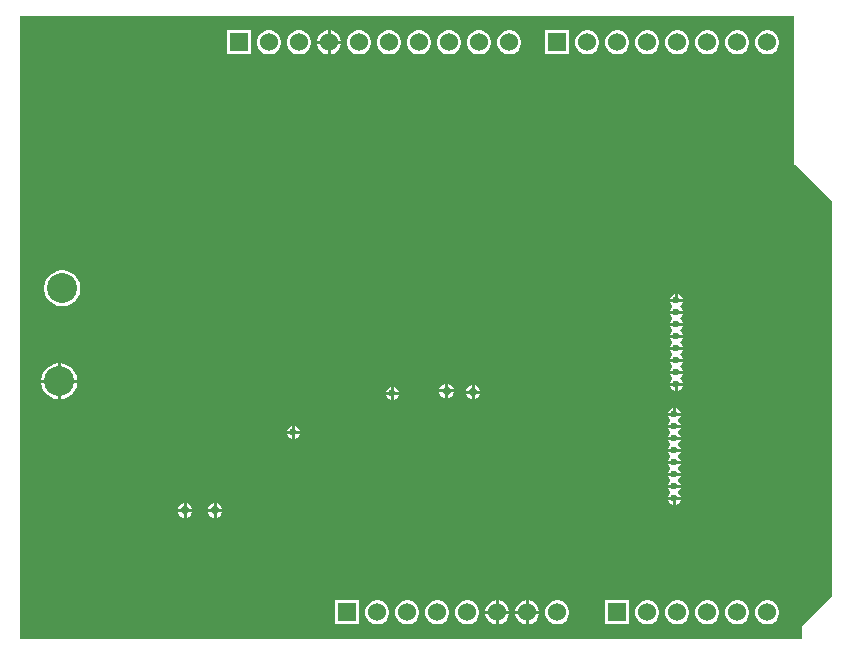
<source format=gbl>
G04*
G04 #@! TF.GenerationSoftware,Altium Limited,Altium Designer,24.1.2 (44)*
G04*
G04 Layer_Physical_Order=2*
G04 Layer_Color=16711680*
%FSLAX44Y44*%
%MOMM*%
G71*
G04*
G04 #@! TF.SameCoordinates,3802B111-1C7E-4A17-9201-CC646305CB20*
G04*
G04*
G04 #@! TF.FilePolarity,Positive*
G04*
G01*
G75*
%ADD25C,1.5240*%
%ADD26R,1.5240X1.5240*%
%ADD27C,2.5400*%
%ADD30C,0.7112*%
%ADD31C,0.6000*%
G36*
X657810Y406400D02*
X658007Y405409D01*
X658569Y404569D01*
X689560Y373577D01*
Y39173D01*
X664919Y14531D01*
X664357Y13691D01*
X664160Y12700D01*
Y2590D01*
X2590D01*
Y530810D01*
X657810D01*
Y406400D01*
D02*
G37*
%LPC*%
G36*
X265378Y518178D02*
X265310D01*
Y509288D01*
X274200D01*
Y509356D01*
X273508Y511940D01*
X272171Y514256D01*
X270279Y516148D01*
X267962Y517486D01*
X265378Y518178D01*
D02*
G37*
G36*
X262771D02*
X262703D01*
X260119Y517486D01*
X257802Y516148D01*
X255910Y514256D01*
X254573Y511940D01*
X253881Y509356D01*
Y509288D01*
X262771D01*
Y518178D01*
D02*
G37*
G36*
X392378D02*
X389703D01*
X387119Y517486D01*
X384802Y516148D01*
X382910Y514256D01*
X381573Y511940D01*
X380881Y509356D01*
Y506680D01*
X381573Y504096D01*
X382910Y501780D01*
X384802Y499888D01*
X387119Y498550D01*
X389703Y497858D01*
X392378D01*
X394962Y498550D01*
X397279Y499888D01*
X399171Y501780D01*
X400508Y504096D01*
X401200Y506680D01*
Y509356D01*
X400508Y511940D01*
X399171Y514256D01*
X397279Y516148D01*
X394962Y517486D01*
X392378Y518178D01*
D02*
G37*
G36*
X366978D02*
X364303D01*
X361719Y517486D01*
X359402Y516148D01*
X357510Y514256D01*
X356173Y511940D01*
X355480Y509356D01*
Y506680D01*
X356173Y504096D01*
X357510Y501780D01*
X359402Y499888D01*
X361719Y498550D01*
X364303Y497858D01*
X366978D01*
X369562Y498550D01*
X371879Y499888D01*
X373771Y501780D01*
X375108Y504096D01*
X375801Y506680D01*
Y509356D01*
X375108Y511940D01*
X373771Y514256D01*
X371879Y516148D01*
X369562Y517486D01*
X366978Y518178D01*
D02*
G37*
G36*
X341578D02*
X338903D01*
X336319Y517486D01*
X334002Y516148D01*
X332110Y514256D01*
X330773Y511940D01*
X330080Y509356D01*
Y506680D01*
X330773Y504096D01*
X332110Y501780D01*
X334002Y499888D01*
X336319Y498550D01*
X338903Y497858D01*
X341578D01*
X344162Y498550D01*
X346479Y499888D01*
X348371Y501780D01*
X349708Y504096D01*
X350401Y506680D01*
Y509356D01*
X349708Y511940D01*
X348371Y514256D01*
X346479Y516148D01*
X344162Y517486D01*
X341578Y518178D01*
D02*
G37*
G36*
X316178D02*
X313503D01*
X310919Y517486D01*
X308602Y516148D01*
X306710Y514256D01*
X305373Y511940D01*
X304681Y509356D01*
Y506680D01*
X305373Y504096D01*
X306710Y501780D01*
X308602Y499888D01*
X310919Y498550D01*
X313503Y497858D01*
X316178D01*
X318762Y498550D01*
X321079Y499888D01*
X322971Y501780D01*
X324308Y504096D01*
X325000Y506680D01*
Y509356D01*
X324308Y511940D01*
X322971Y514256D01*
X321079Y516148D01*
X318762Y517486D01*
X316178Y518178D01*
D02*
G37*
G36*
X290778D02*
X288103D01*
X285519Y517486D01*
X283202Y516148D01*
X281311Y514256D01*
X279973Y511940D01*
X279280Y509356D01*
Y506680D01*
X279973Y504096D01*
X281311Y501780D01*
X283202Y499888D01*
X285519Y498550D01*
X288103Y497858D01*
X290778D01*
X293362Y498550D01*
X295679Y499888D01*
X297571Y501780D01*
X298908Y504096D01*
X299601Y506680D01*
Y509356D01*
X298908Y511940D01*
X297571Y514256D01*
X295679Y516148D01*
X293362Y517486D01*
X290778Y518178D01*
D02*
G37*
G36*
X274200Y506748D02*
X265310D01*
Y497858D01*
X265378D01*
X267962Y498550D01*
X270279Y499888D01*
X272171Y501780D01*
X273508Y504096D01*
X274200Y506680D01*
Y506748D01*
D02*
G37*
G36*
X262771D02*
X253881D01*
Y506680D01*
X254573Y504096D01*
X255910Y501780D01*
X257802Y499888D01*
X260119Y498550D01*
X262703Y497858D01*
X262771D01*
Y506748D01*
D02*
G37*
G36*
X239978Y518178D02*
X237303D01*
X234719Y517486D01*
X232402Y516148D01*
X230511Y514256D01*
X229173Y511940D01*
X228480Y509356D01*
Y506680D01*
X229173Y504096D01*
X230511Y501780D01*
X232402Y499888D01*
X234719Y498550D01*
X237303Y497858D01*
X239978D01*
X242562Y498550D01*
X244879Y499888D01*
X246771Y501780D01*
X248108Y504096D01*
X248801Y506680D01*
Y509356D01*
X248108Y511940D01*
X246771Y514256D01*
X244879Y516148D01*
X242562Y517486D01*
X239978Y518178D01*
D02*
G37*
G36*
X214578D02*
X211903D01*
X209319Y517486D01*
X207002Y516148D01*
X205110Y514256D01*
X203773Y511940D01*
X203081Y509356D01*
Y506680D01*
X203773Y504096D01*
X205110Y501780D01*
X207002Y499888D01*
X209319Y498550D01*
X211903Y497858D01*
X214578D01*
X217162Y498550D01*
X219479Y499888D01*
X221371Y501780D01*
X222708Y504096D01*
X223400Y506680D01*
Y509356D01*
X222708Y511940D01*
X221371Y514256D01*
X219479Y516148D01*
X217162Y517486D01*
X214578Y518178D01*
D02*
G37*
G36*
X198001D02*
X177680D01*
Y497858D01*
X198001D01*
Y518178D01*
D02*
G37*
G36*
X636338Y518160D02*
X633662D01*
X631078Y517468D01*
X628762Y516130D01*
X626870Y514238D01*
X625532Y511922D01*
X624840Y509338D01*
Y506662D01*
X625532Y504078D01*
X626870Y501762D01*
X628762Y499870D01*
X631078Y498532D01*
X633662Y497840D01*
X636338D01*
X638922Y498532D01*
X641238Y499870D01*
X643130Y501762D01*
X644468Y504078D01*
X645160Y506662D01*
Y509338D01*
X644468Y511922D01*
X643130Y514238D01*
X641238Y516130D01*
X638922Y517468D01*
X636338Y518160D01*
D02*
G37*
G36*
X610938D02*
X608262D01*
X605678Y517468D01*
X603362Y516130D01*
X601470Y514238D01*
X600132Y511922D01*
X599440Y509338D01*
Y506662D01*
X600132Y504078D01*
X601470Y501762D01*
X603362Y499870D01*
X605678Y498532D01*
X608262Y497840D01*
X610938D01*
X613522Y498532D01*
X615838Y499870D01*
X617730Y501762D01*
X619068Y504078D01*
X619760Y506662D01*
Y509338D01*
X619068Y511922D01*
X617730Y514238D01*
X615838Y516130D01*
X613522Y517468D01*
X610938Y518160D01*
D02*
G37*
G36*
X585538D02*
X582862D01*
X580278Y517468D01*
X577962Y516130D01*
X576070Y514238D01*
X574732Y511922D01*
X574040Y509338D01*
Y506662D01*
X574732Y504078D01*
X576070Y501762D01*
X577962Y499870D01*
X580278Y498532D01*
X582862Y497840D01*
X585538D01*
X588122Y498532D01*
X590438Y499870D01*
X592330Y501762D01*
X593668Y504078D01*
X594360Y506662D01*
Y509338D01*
X593668Y511922D01*
X592330Y514238D01*
X590438Y516130D01*
X588122Y517468D01*
X585538Y518160D01*
D02*
G37*
G36*
X560138D02*
X557462D01*
X554878Y517468D01*
X552562Y516130D01*
X550670Y514238D01*
X549332Y511922D01*
X548640Y509338D01*
Y506662D01*
X549332Y504078D01*
X550670Y501762D01*
X552562Y499870D01*
X554878Y498532D01*
X557462Y497840D01*
X560138D01*
X562722Y498532D01*
X565038Y499870D01*
X566930Y501762D01*
X568268Y504078D01*
X568960Y506662D01*
Y509338D01*
X568268Y511922D01*
X566930Y514238D01*
X565038Y516130D01*
X562722Y517468D01*
X560138Y518160D01*
D02*
G37*
G36*
X534738D02*
X532062D01*
X529478Y517468D01*
X527162Y516130D01*
X525270Y514238D01*
X523932Y511922D01*
X523240Y509338D01*
Y506662D01*
X523932Y504078D01*
X525270Y501762D01*
X527162Y499870D01*
X529478Y498532D01*
X532062Y497840D01*
X534738D01*
X537322Y498532D01*
X539638Y499870D01*
X541530Y501762D01*
X542868Y504078D01*
X543560Y506662D01*
Y509338D01*
X542868Y511922D01*
X541530Y514238D01*
X539638Y516130D01*
X537322Y517468D01*
X534738Y518160D01*
D02*
G37*
G36*
X509338D02*
X506662D01*
X504078Y517468D01*
X501762Y516130D01*
X499870Y514238D01*
X498532Y511922D01*
X497840Y509338D01*
Y506662D01*
X498532Y504078D01*
X499870Y501762D01*
X501762Y499870D01*
X504078Y498532D01*
X506662Y497840D01*
X509338D01*
X511922Y498532D01*
X514238Y499870D01*
X516130Y501762D01*
X517468Y504078D01*
X518160Y506662D01*
Y509338D01*
X517468Y511922D01*
X516130Y514238D01*
X514238Y516130D01*
X511922Y517468D01*
X509338Y518160D01*
D02*
G37*
G36*
X483938D02*
X481262D01*
X478678Y517468D01*
X476362Y516130D01*
X474470Y514238D01*
X473132Y511922D01*
X472440Y509338D01*
Y506662D01*
X473132Y504078D01*
X474470Y501762D01*
X476362Y499870D01*
X478678Y498532D01*
X481262Y497840D01*
X483938D01*
X486522Y498532D01*
X488838Y499870D01*
X490730Y501762D01*
X492068Y504078D01*
X492760Y506662D01*
Y509338D01*
X492068Y511922D01*
X490730Y514238D01*
X488838Y516130D01*
X486522Y517468D01*
X483938Y518160D01*
D02*
G37*
G36*
X467360D02*
X447040D01*
Y497840D01*
X467360D01*
Y518160D01*
D02*
G37*
G36*
X417898D02*
X415222D01*
X412638Y517468D01*
X410322Y516130D01*
X408430Y514238D01*
X407092Y511922D01*
X406400Y509338D01*
Y506662D01*
X407092Y504078D01*
X408430Y501762D01*
X410322Y499870D01*
X412638Y498532D01*
X415222Y497840D01*
X417898D01*
X420482Y498532D01*
X422798Y499870D01*
X424690Y501762D01*
X426028Y504078D01*
X426720Y506662D01*
Y509338D01*
X426028Y511922D01*
X424690Y514238D01*
X422798Y516130D01*
X420482Y517468D01*
X417898Y518160D01*
D02*
G37*
G36*
X559308Y295030D02*
Y290830D01*
X563508D01*
X562735Y292698D01*
X561176Y294257D01*
X559308Y295030D01*
D02*
G37*
G36*
X556768D02*
X554900Y294257D01*
X553341Y292698D01*
X552568Y290830D01*
X556768D01*
Y295030D01*
D02*
G37*
G36*
X39601Y314960D02*
X36599D01*
X33655Y314374D01*
X30881Y313225D01*
X28385Y311558D01*
X26262Y309435D01*
X24595Y306939D01*
X23446Y304165D01*
X22860Y301221D01*
Y298219D01*
X23446Y295275D01*
X24595Y292501D01*
X26262Y290005D01*
X28385Y287882D01*
X30881Y286215D01*
X33655Y285066D01*
X36599Y284480D01*
X39601D01*
X42545Y285066D01*
X45319Y286215D01*
X47815Y287882D01*
X49938Y290005D01*
X51606Y292501D01*
X52754Y295275D01*
X53340Y298219D01*
Y301221D01*
X52754Y304165D01*
X51606Y306939D01*
X49938Y309435D01*
X47815Y311558D01*
X45319Y313225D01*
X42545Y314374D01*
X39601Y314960D01*
D02*
G37*
G36*
X563508Y288290D02*
X552568D01*
X553341Y286422D01*
X554470Y285293D01*
X554762Y284480D01*
X554470Y283667D01*
X553341Y282538D01*
X552568Y280670D01*
X563508D01*
X562735Y282538D01*
X561606Y283667D01*
X561314Y284480D01*
X561606Y285293D01*
X562735Y286422D01*
X563508Y288290D01*
D02*
G37*
G36*
Y278130D02*
X552568D01*
X553341Y276262D01*
X554470Y275133D01*
X554762Y274320D01*
X554470Y273507D01*
X553341Y272378D01*
X552568Y270510D01*
X563508D01*
X562735Y272378D01*
X561606Y273507D01*
X561314Y274320D01*
X561606Y275133D01*
X562735Y276262D01*
X563508Y278130D01*
D02*
G37*
G36*
Y267970D02*
X552568D01*
X553341Y266102D01*
X554470Y264973D01*
X554762Y264160D01*
X554470Y263347D01*
X553341Y262218D01*
X552568Y260350D01*
X563508D01*
X562735Y262218D01*
X561606Y263347D01*
X561314Y264160D01*
X561606Y264973D01*
X562735Y266102D01*
X563508Y267970D01*
D02*
G37*
G36*
Y257810D02*
X552568D01*
X553341Y255942D01*
X554470Y254813D01*
X554762Y254000D01*
X554470Y253187D01*
X553341Y252058D01*
X552568Y250190D01*
X563508D01*
X562735Y252058D01*
X561606Y253187D01*
X561314Y254000D01*
X561606Y254813D01*
X562735Y255942D01*
X563508Y257810D01*
D02*
G37*
G36*
Y247650D02*
X552568D01*
X553341Y245782D01*
X554470Y244653D01*
X554762Y243840D01*
X554470Y243027D01*
X553341Y241898D01*
X552568Y240030D01*
X563508D01*
X562735Y241898D01*
X561606Y243027D01*
X561314Y243840D01*
X561606Y244653D01*
X562735Y245782D01*
X563508Y247650D01*
D02*
G37*
G36*
Y237490D02*
X552568D01*
X553341Y235622D01*
X554470Y234493D01*
X554762Y233680D01*
X554470Y232867D01*
X553341Y231738D01*
X552568Y229870D01*
X563508D01*
X562735Y231738D01*
X561606Y232867D01*
X561314Y233680D01*
X561606Y234493D01*
X562735Y235622D01*
X563508Y237490D01*
D02*
G37*
G36*
X37061Y236220D02*
X36830D01*
Y222250D01*
X50800D01*
Y222481D01*
X50214Y225425D01*
X49065Y228199D01*
X47398Y230695D01*
X45275Y232818D01*
X42779Y234485D01*
X40005Y235634D01*
X37061Y236220D01*
D02*
G37*
G36*
X34290D02*
X34059D01*
X31115Y235634D01*
X28341Y234485D01*
X25845Y232818D01*
X23722Y230695D01*
X22055Y228199D01*
X20906Y225425D01*
X20320Y222481D01*
Y222250D01*
X34290D01*
Y236220D01*
D02*
G37*
G36*
X563508Y227330D02*
X552568D01*
X553341Y225462D01*
X554470Y224333D01*
X554762Y223520D01*
X554470Y222707D01*
X553341Y221578D01*
X552568Y219710D01*
X563508D01*
X562735Y221578D01*
X561606Y222707D01*
X561314Y223520D01*
X561606Y224333D01*
X562735Y225462D01*
X563508Y227330D01*
D02*
G37*
G36*
X364744Y219178D02*
Y214376D01*
X369546D01*
X368642Y216559D01*
X366927Y218274D01*
X364744Y219178D01*
D02*
G37*
G36*
X362204D02*
X360021Y218274D01*
X358306Y216559D01*
X357402Y214376D01*
X362204D01*
Y219178D01*
D02*
G37*
G36*
X387350Y217908D02*
Y213106D01*
X392152D01*
X391248Y215289D01*
X389533Y217004D01*
X387350Y217908D01*
D02*
G37*
G36*
X384810D02*
X382627Y217004D01*
X380912Y215289D01*
X380008Y213106D01*
X384810D01*
Y217908D01*
D02*
G37*
G36*
X563508Y217170D02*
X559308D01*
Y212970D01*
X561176Y213743D01*
X562735Y215302D01*
X563508Y217170D01*
D02*
G37*
G36*
X556768D02*
X552568D01*
X553341Y215302D01*
X554900Y213743D01*
X556768Y212970D01*
Y217170D01*
D02*
G37*
G36*
X318770Y216290D02*
Y212090D01*
X322970D01*
X322197Y213958D01*
X320638Y215517D01*
X318770Y216290D01*
D02*
G37*
G36*
X316230D02*
X314362Y215517D01*
X312803Y213958D01*
X312030Y212090D01*
X316230D01*
Y216290D01*
D02*
G37*
G36*
X369546Y211836D02*
X364744D01*
Y207034D01*
X366927Y207938D01*
X368642Y209653D01*
X369546Y211836D01*
D02*
G37*
G36*
X362204D02*
X357402D01*
X358306Y209653D01*
X360021Y207938D01*
X362204Y207034D01*
Y211836D01*
D02*
G37*
G36*
X392152Y210566D02*
X387350D01*
Y205764D01*
X389533Y206668D01*
X391248Y208383D01*
X392152Y210566D01*
D02*
G37*
G36*
X384810D02*
X380008D01*
X380912Y208383D01*
X382627Y206668D01*
X384810Y205764D01*
Y210566D01*
D02*
G37*
G36*
X50800Y219710D02*
X36830D01*
Y205740D01*
X37061D01*
X40005Y206326D01*
X42779Y207474D01*
X45275Y209142D01*
X47398Y211265D01*
X49065Y213761D01*
X50214Y216535D01*
X50800Y219479D01*
Y219710D01*
D02*
G37*
G36*
X34290D02*
X20320D01*
Y219479D01*
X20906Y216535D01*
X22055Y213761D01*
X23722Y211265D01*
X25845Y209142D01*
X28341Y207474D01*
X31115Y206326D01*
X34059Y205740D01*
X34290D01*
Y219710D01*
D02*
G37*
G36*
X322970Y209550D02*
X318770D01*
Y205350D01*
X320638Y206123D01*
X322197Y207682D01*
X322970Y209550D01*
D02*
G37*
G36*
X316230D02*
X312030D01*
X312803Y207682D01*
X314362Y206123D01*
X316230Y205350D01*
Y209550D01*
D02*
G37*
G36*
X557530Y198510D02*
Y194310D01*
X561730D01*
X560957Y196178D01*
X559398Y197737D01*
X557530Y198510D01*
D02*
G37*
G36*
X554990D02*
X553122Y197737D01*
X551563Y196178D01*
X550790Y194310D01*
X554990D01*
Y198510D01*
D02*
G37*
G36*
X561730Y191770D02*
X550790D01*
X551563Y189902D01*
X552692Y188773D01*
X552984Y187960D01*
X552692Y187147D01*
X551563Y186018D01*
X550790Y184150D01*
X561730D01*
X560957Y186018D01*
X559828Y187147D01*
X559536Y187960D01*
X559828Y188773D01*
X560957Y189902D01*
X561730Y191770D01*
D02*
G37*
G36*
X234950Y183270D02*
Y179070D01*
X239150D01*
X238377Y180938D01*
X236818Y182497D01*
X234950Y183270D01*
D02*
G37*
G36*
X232410D02*
X230542Y182497D01*
X228983Y180938D01*
X228210Y179070D01*
X232410D01*
Y183270D01*
D02*
G37*
G36*
X561730Y181610D02*
X550790D01*
X551563Y179742D01*
X552692Y178613D01*
X552984Y177800D01*
X552692Y176987D01*
X551563Y175858D01*
X550790Y173990D01*
X561730D01*
X560957Y175858D01*
X559828Y176987D01*
X559536Y177800D01*
X559828Y178613D01*
X560957Y179742D01*
X561730Y181610D01*
D02*
G37*
G36*
X239150Y176530D02*
X234950D01*
Y172330D01*
X236818Y173103D01*
X238377Y174662D01*
X239150Y176530D01*
D02*
G37*
G36*
X232410D02*
X228210D01*
X228983Y174662D01*
X230542Y173103D01*
X232410Y172330D01*
Y176530D01*
D02*
G37*
G36*
X561730Y171450D02*
X550790D01*
X551563Y169582D01*
X552692Y168453D01*
X552984Y167640D01*
X552692Y166827D01*
X551563Y165698D01*
X550790Y163830D01*
X561730D01*
X560957Y165698D01*
X559828Y166827D01*
X559536Y167640D01*
X559828Y168453D01*
X560957Y169582D01*
X561730Y171450D01*
D02*
G37*
G36*
Y161290D02*
X550790D01*
X551563Y159422D01*
X552692Y158293D01*
X552984Y157480D01*
X552692Y156667D01*
X551563Y155538D01*
X550790Y153670D01*
X561730D01*
X560957Y155538D01*
X559828Y156667D01*
X559536Y157480D01*
X559828Y158293D01*
X560957Y159422D01*
X561730Y161290D01*
D02*
G37*
G36*
Y151130D02*
X550790D01*
X551563Y149262D01*
X552692Y148133D01*
X552984Y147320D01*
X552692Y146507D01*
X551563Y145378D01*
X550790Y143510D01*
X561730D01*
X560957Y145378D01*
X559828Y146507D01*
X559536Y147320D01*
X559828Y148133D01*
X560957Y149262D01*
X561730Y151130D01*
D02*
G37*
G36*
Y140970D02*
X550790D01*
X551563Y139102D01*
X552692Y137973D01*
X552984Y137160D01*
X552692Y136347D01*
X551563Y135218D01*
X550790Y133350D01*
X561730D01*
X560957Y135218D01*
X559828Y136347D01*
X559536Y137160D01*
X559828Y137973D01*
X560957Y139102D01*
X561730Y140970D01*
D02*
G37*
G36*
Y130810D02*
X550790D01*
X551563Y128942D01*
X552692Y127813D01*
X552984Y127000D01*
X552692Y126187D01*
X551563Y125058D01*
X550790Y123190D01*
X561730D01*
X560957Y125058D01*
X559828Y126187D01*
X559536Y127000D01*
X559828Y127813D01*
X560957Y128942D01*
X561730Y130810D01*
D02*
G37*
G36*
Y120650D02*
X557530D01*
Y116450D01*
X559398Y117223D01*
X560957Y118782D01*
X561730Y120650D01*
D02*
G37*
G36*
X554990D02*
X550790D01*
X551563Y118782D01*
X553122Y117223D01*
X554990Y116450D01*
Y120650D01*
D02*
G37*
G36*
X168910Y117832D02*
Y113030D01*
X173712D01*
X172808Y115213D01*
X171093Y116928D01*
X168910Y117832D01*
D02*
G37*
G36*
X166370D02*
X164187Y116928D01*
X162472Y115213D01*
X161568Y113030D01*
X166370D01*
Y117832D01*
D02*
G37*
G36*
X143510D02*
Y113030D01*
X148312D01*
X147408Y115213D01*
X145693Y116928D01*
X143510Y117832D01*
D02*
G37*
G36*
X140970D02*
X138787Y116928D01*
X137072Y115213D01*
X136168Y113030D01*
X140970D01*
Y117832D01*
D02*
G37*
G36*
X173712Y110490D02*
X168910D01*
Y105688D01*
X171093Y106592D01*
X172808Y108307D01*
X173712Y110490D01*
D02*
G37*
G36*
X166370D02*
X161568D01*
X162472Y108307D01*
X164187Y106592D01*
X166370Y105688D01*
Y110490D01*
D02*
G37*
G36*
X148312D02*
X143510D01*
Y105688D01*
X145693Y106592D01*
X147408Y108307D01*
X148312Y110490D01*
D02*
G37*
G36*
X140970D02*
X136168D01*
X137072Y108307D01*
X138787Y106592D01*
X140970Y105688D01*
Y110490D01*
D02*
G37*
G36*
X433138Y35560D02*
X433070D01*
Y26670D01*
X441960D01*
Y26738D01*
X441268Y29322D01*
X439930Y31638D01*
X438038Y33530D01*
X435722Y34868D01*
X433138Y35560D01*
D02*
G37*
G36*
X430530D02*
X430462D01*
X427878Y34868D01*
X425562Y33530D01*
X423670Y31638D01*
X422332Y29322D01*
X421640Y26738D01*
Y26670D01*
X430530D01*
Y35560D01*
D02*
G37*
G36*
X407738D02*
X407670D01*
Y26670D01*
X416560D01*
Y26738D01*
X415868Y29322D01*
X414530Y31638D01*
X412638Y33530D01*
X410322Y34868D01*
X407738Y35560D01*
D02*
G37*
G36*
X405130D02*
X405062D01*
X402478Y34868D01*
X400162Y33530D01*
X398270Y31638D01*
X396932Y29322D01*
X396240Y26738D01*
Y26670D01*
X405130D01*
Y35560D01*
D02*
G37*
G36*
X636338D02*
X633662D01*
X631078Y34868D01*
X628762Y33530D01*
X626870Y31638D01*
X625532Y29322D01*
X624840Y26738D01*
Y24062D01*
X625532Y21478D01*
X626870Y19162D01*
X628762Y17270D01*
X631078Y15932D01*
X633662Y15240D01*
X636338D01*
X638922Y15932D01*
X641238Y17270D01*
X643130Y19162D01*
X644468Y21478D01*
X645160Y24062D01*
Y26738D01*
X644468Y29322D01*
X643130Y31638D01*
X641238Y33530D01*
X638922Y34868D01*
X636338Y35560D01*
D02*
G37*
G36*
X610938D02*
X608262D01*
X605678Y34868D01*
X603362Y33530D01*
X601470Y31638D01*
X600132Y29322D01*
X599440Y26738D01*
Y24062D01*
X600132Y21478D01*
X601470Y19162D01*
X603362Y17270D01*
X605678Y15932D01*
X608262Y15240D01*
X610938D01*
X613522Y15932D01*
X615838Y17270D01*
X617730Y19162D01*
X619068Y21478D01*
X619760Y24062D01*
Y26738D01*
X619068Y29322D01*
X617730Y31638D01*
X615838Y33530D01*
X613522Y34868D01*
X610938Y35560D01*
D02*
G37*
G36*
X585538D02*
X582862D01*
X580278Y34868D01*
X577962Y33530D01*
X576070Y31638D01*
X574732Y29322D01*
X574040Y26738D01*
Y24062D01*
X574732Y21478D01*
X576070Y19162D01*
X577962Y17270D01*
X580278Y15932D01*
X582862Y15240D01*
X585538D01*
X588122Y15932D01*
X590438Y17270D01*
X592330Y19162D01*
X593668Y21478D01*
X594360Y24062D01*
Y26738D01*
X593668Y29322D01*
X592330Y31638D01*
X590438Y33530D01*
X588122Y34868D01*
X585538Y35560D01*
D02*
G37*
G36*
X560138D02*
X557462D01*
X554878Y34868D01*
X552562Y33530D01*
X550670Y31638D01*
X549332Y29322D01*
X548640Y26738D01*
Y24062D01*
X549332Y21478D01*
X550670Y19162D01*
X552562Y17270D01*
X554878Y15932D01*
X557462Y15240D01*
X560138D01*
X562722Y15932D01*
X565038Y17270D01*
X566930Y19162D01*
X568268Y21478D01*
X568960Y24062D01*
Y26738D01*
X568268Y29322D01*
X566930Y31638D01*
X565038Y33530D01*
X562722Y34868D01*
X560138Y35560D01*
D02*
G37*
G36*
X534738D02*
X532062D01*
X529478Y34868D01*
X527162Y33530D01*
X525270Y31638D01*
X523932Y29322D01*
X523240Y26738D01*
Y24062D01*
X523932Y21478D01*
X525270Y19162D01*
X527162Y17270D01*
X529478Y15932D01*
X532062Y15240D01*
X534738D01*
X537322Y15932D01*
X539638Y17270D01*
X541530Y19162D01*
X542868Y21478D01*
X543560Y24062D01*
Y26738D01*
X542868Y29322D01*
X541530Y31638D01*
X539638Y33530D01*
X537322Y34868D01*
X534738Y35560D01*
D02*
G37*
G36*
X518160D02*
X497840D01*
Y15240D01*
X518160D01*
Y35560D01*
D02*
G37*
G36*
X458538D02*
X455862D01*
X453278Y34868D01*
X450962Y33530D01*
X449070Y31638D01*
X447732Y29322D01*
X447040Y26738D01*
Y24062D01*
X447732Y21478D01*
X449070Y19162D01*
X450962Y17270D01*
X453278Y15932D01*
X455862Y15240D01*
X458538D01*
X461122Y15932D01*
X463438Y17270D01*
X465330Y19162D01*
X466668Y21478D01*
X467360Y24062D01*
Y26738D01*
X466668Y29322D01*
X465330Y31638D01*
X463438Y33530D01*
X461122Y34868D01*
X458538Y35560D01*
D02*
G37*
G36*
X441960Y24130D02*
X433070D01*
Y15240D01*
X433138D01*
X435722Y15932D01*
X438038Y17270D01*
X439930Y19162D01*
X441268Y21478D01*
X441960Y24062D01*
Y24130D01*
D02*
G37*
G36*
X430530D02*
X421640D01*
Y24062D01*
X422332Y21478D01*
X423670Y19162D01*
X425562Y17270D01*
X427878Y15932D01*
X430462Y15240D01*
X430530D01*
Y24130D01*
D02*
G37*
G36*
X416560D02*
X407670D01*
Y15240D01*
X407738D01*
X410322Y15932D01*
X412638Y17270D01*
X414530Y19162D01*
X415868Y21478D01*
X416560Y24062D01*
Y24130D01*
D02*
G37*
G36*
X405130D02*
X396240D01*
Y24062D01*
X396932Y21478D01*
X398270Y19162D01*
X400162Y17270D01*
X402478Y15932D01*
X405062Y15240D01*
X405130D01*
Y24130D01*
D02*
G37*
G36*
X382338Y35560D02*
X379662D01*
X377078Y34868D01*
X374762Y33530D01*
X372870Y31638D01*
X371532Y29322D01*
X370840Y26738D01*
Y24062D01*
X371532Y21478D01*
X372870Y19162D01*
X374762Y17270D01*
X377078Y15932D01*
X379662Y15240D01*
X382338D01*
X384922Y15932D01*
X387238Y17270D01*
X389130Y19162D01*
X390468Y21478D01*
X391160Y24062D01*
Y26738D01*
X390468Y29322D01*
X389130Y31638D01*
X387238Y33530D01*
X384922Y34868D01*
X382338Y35560D01*
D02*
G37*
G36*
X356938D02*
X354262D01*
X351678Y34868D01*
X349362Y33530D01*
X347470Y31638D01*
X346132Y29322D01*
X345440Y26738D01*
Y24062D01*
X346132Y21478D01*
X347470Y19162D01*
X349362Y17270D01*
X351678Y15932D01*
X354262Y15240D01*
X356938D01*
X359522Y15932D01*
X361838Y17270D01*
X363730Y19162D01*
X365068Y21478D01*
X365760Y24062D01*
Y26738D01*
X365068Y29322D01*
X363730Y31638D01*
X361838Y33530D01*
X359522Y34868D01*
X356938Y35560D01*
D02*
G37*
G36*
X331538D02*
X328862D01*
X326278Y34868D01*
X323962Y33530D01*
X322070Y31638D01*
X320732Y29322D01*
X320040Y26738D01*
Y24062D01*
X320732Y21478D01*
X322070Y19162D01*
X323962Y17270D01*
X326278Y15932D01*
X328862Y15240D01*
X331538D01*
X334122Y15932D01*
X336438Y17270D01*
X338330Y19162D01*
X339668Y21478D01*
X340360Y24062D01*
Y26738D01*
X339668Y29322D01*
X338330Y31638D01*
X336438Y33530D01*
X334122Y34868D01*
X331538Y35560D01*
D02*
G37*
G36*
X306138D02*
X303462D01*
X300878Y34868D01*
X298562Y33530D01*
X296670Y31638D01*
X295332Y29322D01*
X294640Y26738D01*
Y24062D01*
X295332Y21478D01*
X296670Y19162D01*
X298562Y17270D01*
X300878Y15932D01*
X303462Y15240D01*
X306138D01*
X308722Y15932D01*
X311038Y17270D01*
X312930Y19162D01*
X314268Y21478D01*
X314960Y24062D01*
Y26738D01*
X314268Y29322D01*
X312930Y31638D01*
X311038Y33530D01*
X308722Y34868D01*
X306138Y35560D01*
D02*
G37*
G36*
X289560D02*
X269240D01*
Y15240D01*
X289560D01*
Y35560D01*
D02*
G37*
%LPD*%
D25*
X482600Y508000D02*
D03*
X508000D02*
D03*
X533400D02*
D03*
X558800D02*
D03*
X584200D02*
D03*
X609600D02*
D03*
X635000D02*
D03*
Y25400D02*
D03*
X609600D02*
D03*
X584200D02*
D03*
X558800D02*
D03*
X533400D02*
D03*
X416560Y508000D02*
D03*
X391040Y508018D02*
D03*
X365640D02*
D03*
X340241D02*
D03*
X314841D02*
D03*
X289440D02*
D03*
X264041D02*
D03*
X238640D02*
D03*
X213241D02*
D03*
X304800Y25400D02*
D03*
X330200D02*
D03*
X355600D02*
D03*
X381000D02*
D03*
X406400D02*
D03*
X431800D02*
D03*
X457200D02*
D03*
D26*
Y508000D02*
D03*
X508000Y25400D02*
D03*
X187840Y508018D02*
D03*
X279400Y25400D02*
D03*
D27*
X35560Y220980D02*
D03*
X38100Y299720D02*
D03*
D30*
X142240Y111760D02*
D03*
X386080Y211836D02*
D03*
X363474Y213106D02*
D03*
X167640Y111760D02*
D03*
D31*
X558038Y289560D02*
D03*
Y279400D02*
D03*
Y269240D02*
D03*
Y259080D02*
D03*
Y248920D02*
D03*
Y238760D02*
D03*
Y228600D02*
D03*
Y218440D02*
D03*
X556260Y121920D02*
D03*
Y132080D02*
D03*
Y142240D02*
D03*
Y152400D02*
D03*
Y162560D02*
D03*
Y172720D02*
D03*
Y182880D02*
D03*
Y193040D02*
D03*
X317500Y210820D02*
D03*
X233680Y177800D02*
D03*
M02*

</source>
